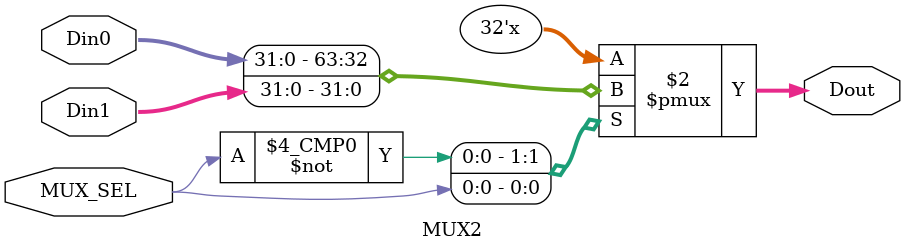
<source format=v>
`timescale 1ns / 1ps


module MUX2 #(parameter WL = 32)
             (input wire  MUX_SEL,
              input wire [WL - 1:0] Din0, Din1,
              output reg [WL - 1:0] Dout);

//I guess this is just a case statement controlled by the SEL
    always @(MUX_SEL, Din0, Din1)
    begin
        case(MUX_SEL)
            1'b0: Dout = Din0;
            1'b1: Dout = Din1;
        endcase
    end
endmodule

</source>
